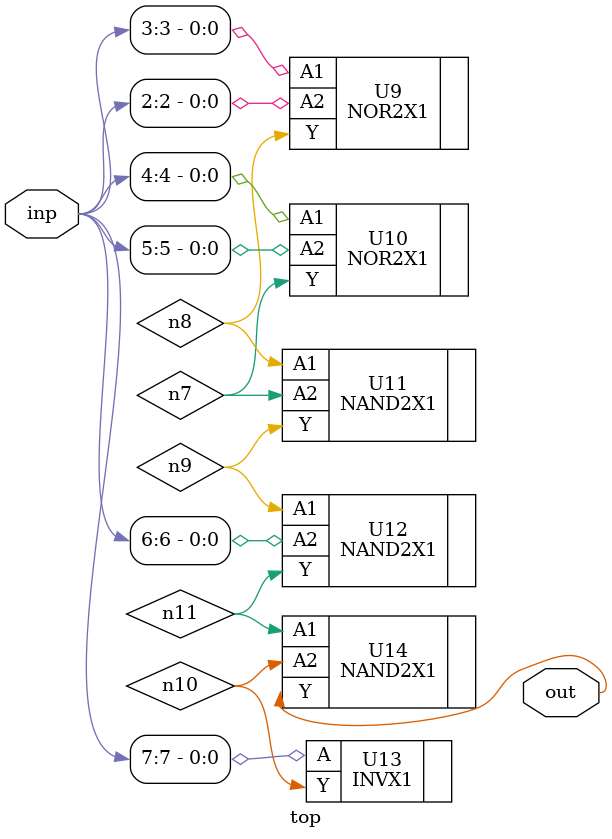
<source format=sv>


module top ( inp, out );
  input [7:0] inp;
  output out;
  wire   n7, n8, n9, n10, n11;

  NOR2X1 U9 ( .A1(inp[3]), .A2(inp[2]), .Y(n8) );
  NOR2X1 U10 ( .A1(inp[4]), .A2(inp[5]), .Y(n7) );
  NAND2X1 U11 ( .A1(n8), .A2(n7), .Y(n9) );
  NAND2X1 U12 ( .A1(n9), .A2(inp[6]), .Y(n11) );
  INVX1 U13 ( .A(inp[7]), .Y(n10) );
  NAND2X1 U14 ( .A1(n11), .A2(n10), .Y(out) );
endmodule


</source>
